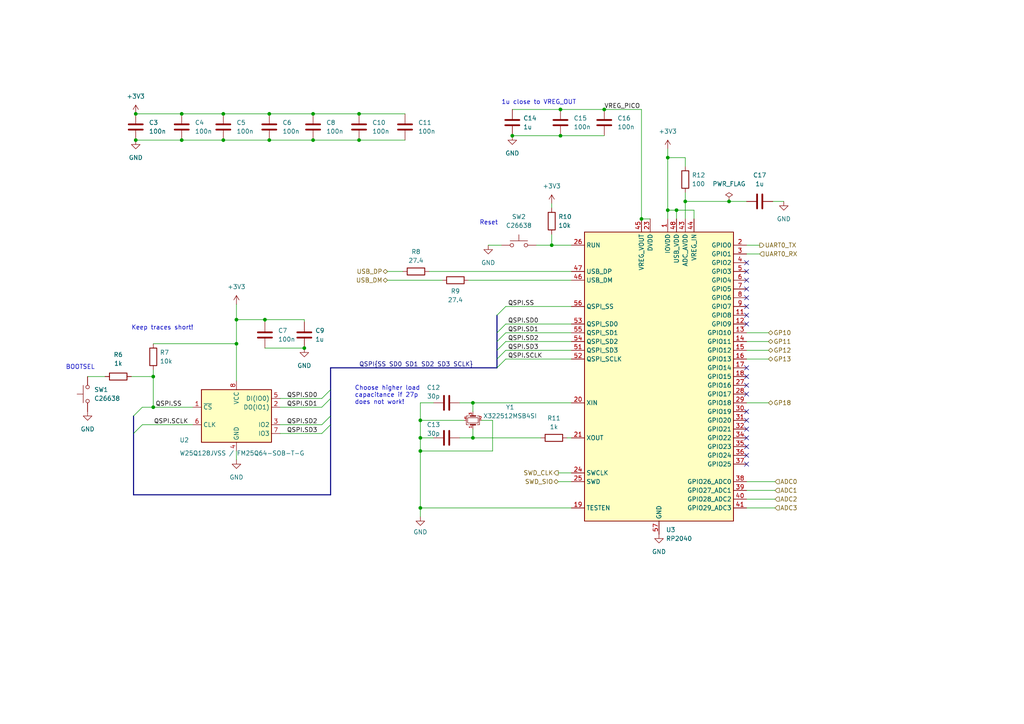
<source format=kicad_sch>
(kicad_sch (version 20211123) (generator eeschema)
  (paper "A4")
  (title_block (title "Beta Board") (date "2023-12-28") (rev "R1.0") (company "Tim Kuhlbusch") (comment 1 "Beta radiation detector"))
  (lib_symbols
    (symbol "Device:C" (pin_numbers hide) (pin_names (offset 0.254))
      (property "Reference" "C" (at 0.635 2.54 0))
      (property "Value" "C" (at 0.635 -2.54 0))
      (symbol "C_0_1"
        (polyline (pts (xy -2.032 -0.762) (xy 2.032 -0.762)) (stroke (width 0.508)))
        (polyline (pts (xy -2.032 0.762) (xy 2.032 0.762)) (stroke (width 0.508)))
      )
      (symbol "C_1_1"
        (pin passive line (at 0 3.81 270) (length 2.794) (name "~") (number "1"))
        (pin passive line (at 0 -3.81 90) (length 2.794) (name "~") (number "2"))
      )
    )
    (symbol "Device:Crystal_GND24_Small" (pin_names (offset 1.016) hide)
      (property "Reference" "Y" (at 1.27 4.445 0))
      (property "Value" "Crystal_GND24_Small" (at 1.27 2.54 0))
      (symbol "Crystal_GND24_Small_0_1"
        (rectangle (start -0.762 -1.524) (end 0.762 1.524))
        (polyline (pts (xy -1.27 -0.762) (xy -1.27 0.762)) (stroke (width 0.381)))
        (polyline (pts (xy 1.27 -0.762) (xy 1.27 0.762)) (stroke (width 0.381)))
        (polyline (pts (xy -1.27 -1.27) (xy -1.27 -1.905) (xy 1.27 -1.905) (xy 1.27 -1.27)))
        (polyline (pts (xy -1.27 1.27) (xy -1.27 1.905) (xy 1.27 1.905) (xy 1.27 1.27)))
      )
      (symbol "Crystal_GND24_Small_1_1"
        (pin passive line (at -2.54 0 0) (length 1.27) (name "1") (number "1"))
        (pin passive line (at 0 -2.54 90) (length 0.635) (name "2") (number "2"))
        (pin passive line (at 2.54 0 180) (length 1.27) (name "3") (number "3"))
        (pin passive line (at 0 2.54 270) (length 0.635) (name "4") (number "4"))
      )
    )
    (symbol "Device:R" (pin_numbers hide) (pin_names (offset 0))
      (property "Reference" "R" (at 2.032 0 90))
      (property "Value" "R" (at 0 0 90))
      (symbol "R_0_1"
        (rectangle (start -1.016 -2.54) (end 1.016 2.54) (stroke (width 0.254)))
      )
      (symbol "R_1_1"
        (pin passive line (at 0 3.81 270) (length 1.27) (name "~") (number "1"))
        (pin passive line (at 0 -3.81 90) (length 1.27) (name "~") (number "2"))
      )
    )
    (symbol "MCU_RaspberryPi:RP2040"
      (property "Reference" "U" (at 17.78 45.72 0))
      (property "Value" "RP2040" (at 17.78 43.18 0))
      (symbol "RP2040_0_1"
        (rectangle (start -21.59 41.91) (end 21.59 -41.91) (stroke (width 0.254)) (fill (type background)))
      )
      (symbol "RP2040_1_1"
        (pin power_in line (at 2.54 45.72 270) (length 3.81) (name "IOVDD") (number "1"))
        (pin passive line (at 2.54 45.72 270) (length 3.81) hide (name "IOVDD") (number "10"))
        (pin bidirectional line (at 25.4 17.78 180) (length 3.81) (name "GPIO8") (number "11"))
        (pin bidirectional line (at 25.4 15.24 180) (length 3.81) (name "GPIO9") (number "12"))
        (pin bidirectional line (at 25.4 12.7 180) (length 3.81) (name "GPIO10") (number "13"))
        (pin bidirectional line (at 25.4 10.16 180) (length 3.81) (name "GPIO11") (number "14"))
        (pin bidirectional line (at 25.4 7.62 180) (length 3.81) (name "GPIO12") (number "15"))
        (pin bidirectional line (at 25.4 5.08 180) (length 3.81) (name "GPIO13") (number "16"))
        (pin bidirectional line (at 25.4 2.54 180) (length 3.81) (name "GPIO14") (number "17"))
        (pin bidirectional line (at 25.4 0 180) (length 3.81) (name "GPIO15") (number "18"))
        (pin input line (at -25.4 -38.1 0) (length 3.81) (name "TESTEN") (number "19"))
        (pin bidirectional line (at 25.4 38.1 180) (length 3.81) (name "GPIO0") (number "2"))
        (pin input line (at -25.4 -7.62 0) (length 3.81) (name "XIN") (number "20"))
        (pin passive line (at -25.4 -17.78 0) (length 3.81) (name "XOUT") (number "21"))
        (pin passive line (at 2.54 45.72 270) (length 3.81) hide (name "IOVDD") (number "22"))
        (pin power_in line (at -2.54 45.72 270) (length 3.81) (name "DVDD") (number "23"))
        (pin output line (at -25.4 -27.94 0) (length 3.81) (name "SWCLK") (number "24"))
        (pin bidirectional line (at -25.4 -30.48 0) (length 3.81) (name "SWD") (number "25"))
        (pin input line (at -25.4 38.1 0) (length 3.81) (name "RUN") (number "26"))
        (pin bidirectional line (at 25.4 -2.54 180) (length 3.81) (name "GPIO16") (number "27"))
        (pin bidirectional line (at 25.4 -5.08 180) (length 3.81) (name "GPIO17") (number "28"))
        (pin bidirectional line (at 25.4 -7.62 180) (length 3.81) (name "GPIO18") (number "29"))
        (pin bidirectional line (at 25.4 35.56 180) (length 3.81) (name "GPIO1") (number "3"))
        (pin bidirectional line (at 25.4 -10.16 180) (length 3.81) (name "GPIO19") (number "30"))
        (pin bidirectional line (at 25.4 -12.7 180) (length 3.81) (name "GPIO20") (number "31"))
        (pin bidirectional line (at 25.4 -15.24 180) (length 3.81) (name "GPIO21") (number "32"))
        (pin passive line (at 2.54 45.72 270) (length 3.81) hide (name "IOVDD") (number "33"))
        (pin bidirectional line (at 25.4 -17.78 180) (length 3.81) (name "GPIO22") (number "34"))
        (pin bidirectional line (at 25.4 -20.32 180) (length 3.81) (name "GPIO23") (number "35"))
        (pin bidirectional line (at 25.4 -22.86 180) (length 3.81) (name "GPIO24") (number "36"))
        (pin bidirectional line (at 25.4 -25.4 180) (length 3.81) (name "GPIO25") (number "37"))
        (pin bidirectional line (at 25.4 -30.48 180) (length 3.81) (name "GPIO26_ADC0") (number "38"))
        (pin bidirectional line (at 25.4 -33.02 180) (length 3.81) (name "GPIO27_ADC1") (number "39"))
        (pin bidirectional line (at 25.4 33.02 180) (length 3.81) (name "GPIO2") (number "4"))
        (pin bidirectional line (at 25.4 -35.56 180) (length 3.81) (name "GPIO28_ADC2") (number "40"))
        (pin bidirectional line (at 25.4 -38.1 180) (length 3.81) (name "GPIO29_ADC3") (number "41"))
        (pin passive line (at 2.54 45.72 270) (length 3.81) hide (name "IOVDD") (number "42"))
        (pin power_in line (at 7.62 45.72 270) (length 3.81) (name "ADC_AVDD") (number "43"))
        (pin power_in line (at 10.16 45.72 270) (length 3.81) (name "VREG_IN") (number "44"))
        (pin power_out line (at -5.08 45.72 270) (length 3.81) (name "VREG_VOUT") (number "45"))
        (pin bidirectional line (at -25.4 27.94 0) (length 3.81) (name "USB_DM") (number "46"))
        (pin bidirectional line (at -25.4 30.48 0) (length 3.81) (name "USB_DP") (number "47"))
        (pin power_in line (at 5.08 45.72 270) (length 3.81) (name "USB_VDD") (number "48"))
        (pin passive line (at 2.54 45.72 270) (length 3.81) hide (name "IOVDD") (number "49"))
        (pin bidirectional line (at 25.4 30.48 180) (length 3.81) (name "GPIO3") (number "5"))
        (pin passive line (at -2.54 45.72 270) (length 3.81) hide (name "DVDD") (number "50"))
        (pin bidirectional line (at -25.4 7.62 0) (length 3.81) (name "QSPI_SD3") (number "51"))
        (pin output line (at -25.4 5.08 0) (length 3.81) (name "QSPI_SCLK") (number "52"))
        (pin bidirectional line (at -25.4 15.24 0) (length 3.81) (name "QSPI_SD0") (number "53"))
        (pin bidirectional line (at -25.4 10.16 0) (length 3.81) (name "QSPI_SD2") (number "54"))
        (pin bidirectional line (at -25.4 12.7 0) (length 3.81) (name "QSPI_SD1") (number "55"))
        (pin bidirectional line (at -25.4 20.32 0) (length 3.81) (name "QSPI_SS") (number "56"))
        (pin power_in line (at 0 -45.72 90) (length 3.81) (name "GND") (number "57"))
        (pin bidirectional line (at 25.4 27.94 180) (length 3.81) (name "GPIO4") (number "6"))
        (pin bidirectional line (at 25.4 25.4 180) (length 3.81) (name "GPIO5") (number "7"))
        (pin bidirectional line (at 25.4 22.86 180) (length 3.81) (name "GPIO6") (number "8"))
        (pin bidirectional line (at 25.4 20.32 180) (length 3.81) (name "GPIO7") (number "9"))
      )
    )
    (symbol "Memory_Flash:W25Q32JVSS"
      (property "Reference" "U" (at -8.89 8.89 0))
      (property "Value" "W25Q32JVSS" (at 7.62 8.89 0))
      (symbol "W25Q32JVSS_0_1"
        (rectangle (start -10.16 7.62) (end 10.16 -7.62) (stroke (width 0.254)) (fill (type background)))
      )
      (symbol "W25Q32JVSS_1_1"
        (pin input line (at -12.7 2.54 0) (length 2.54) (name "~{CS}") (number "1"))
        (pin bidirectional line (at 12.7 2.54 180) (length 2.54) (name "DO(IO1)") (number "2"))
        (pin bidirectional line (at 12.7 -2.54 180) (length 2.54) (name "IO2") (number "3"))
        (pin power_in line (at 0 -10.16 90) (length 2.54) (name "GND") (number "4"))
        (pin bidirectional line (at 12.7 5.08 180) (length 2.54) (name "DI(IO0)") (number "5"))
        (pin input line (at -12.7 -2.54 0) (length 2.54) (name "CLK") (number "6"))
        (pin bidirectional line (at 12.7 -5.08 180) (length 2.54) (name "IO3") (number "7"))
        (pin power_in line (at 0 10.16 270) (length 2.54) (name "VCC") (number "8"))
      )
    )
    (symbol "Switch:SW_Push" (pin_numbers hide) (pin_names (offset 1.016) hide)
      (property "Reference" "SW" (at 1.27 2.54 0))
      (property "Value" "SW_Push" (at 0 -1.524 0))
      (symbol "SW_Push_0_1"
        (circle (center -2.032 0) (radius 0.508))
        (polyline (pts (xy 0 1.27) (xy 0 3.048)))
        (polyline (pts (xy 2.54 1.27) (xy -2.54 1.27)))
        (circle (center 2.032 0) (radius 0.508))
        (pin passive line (at -5.08 0 0) (length 2.54) (name "1") (number "1"))
        (pin passive line (at 5.08 0 180) (length 2.54) (name "2") (number "2"))
      )
    )
    (symbol "power:+3V3" (power) (pin_names (offset 0))
      (property "Value" "+3V3" (at 0 3.556 0))
      (symbol "+3V3_0_1"
        (polyline (pts (xy -0.762 1.27) (xy 0 2.54)))
        (polyline (pts (xy 0 0) (xy 0 2.54)))
        (polyline (pts (xy 0 2.54) (xy 0.762 1.27)))
      )
      (symbol "+3V3_1_1"
        (pin power_in line (at 0 0 90) (length 0) hide (name "+3V3") (number "1"))
      )
    )
    (symbol "power:GND" (power) (pin_names (offset 0))
      (property "Value" "GND" (at 0 -3.81 0))
      (symbol "GND_0_1"
        (polyline (pts (xy 0 0) (xy 0 -1.27) (xy 1.27 -1.27) (xy 0 -2.54) (xy -1.27 -1.27) (xy 0 -1.27)))
      )
      (symbol "GND_1_1"
        (pin power_in line (at 0 0 270) (length 0) hide (name "GND") (number "1"))
      )
    )
    (symbol "power:PWR_FLAG" (power) (pin_numbers hide) (pin_names (offset 0) hide)
      (property "Value" "PWR_FLAG" (at 0 3.81 0))
      (symbol "PWR_FLAG_0_0"
        (pin power_out line (at 0 0 90) (length 0) (name "pwr") (number "1"))
      )
      (symbol "PWR_FLAG_0_1"
        (polyline (pts (xy 0 0) (xy 0 1.27) (xy -1.016 1.905) (xy 0 2.54) (xy 1.016 1.905) (xy 0 1.27)))
      )
    )
  )
  (junction (at 68.58 99.695))
  (junction (at 175.26 31.75))
  (junction (at 52.705 40.64))
  (junction (at 160.02 71.12))
  (junction (at 44.45 118.11))
  (junction (at 78.105 33.02))
  (junction (at 137.16 127))
  (junction (at 90.805 33.02))
  (junction (at 76.835 92.71))
  (junction (at 193.675 60.96))
  (junction (at 104.14 33.02))
  (junction (at 121.92 130.81))
  (junction (at 44.45 109.22))
  (junction (at 78.105 40.64))
  (junction (at 193.675 45.72))
  (junction (at 162.56 39.37))
  (junction (at 121.92 121.92))
  (junction (at 198.755 58.42))
  (junction (at 211.455 58.42))
  (junction (at 64.77 33.02))
  (junction (at 162.56 31.75))
  (junction (at 88.265 100.965))
  (junction (at 121.92 127))
  (junction (at 64.77 40.64))
  (junction (at 90.805 40.64))
  (junction (at 121.92 147.32))
  (junction (at 104.14 40.64))
  (junction (at 52.705 33.02))
  (junction (at 196.215 60.96))
  (junction (at 39.37 33.02))
  (junction (at 186.055 63.5))
  (junction (at 39.37 40.64))
  (junction (at 68.58 92.71))
  (junction (at 148.59 39.37))
  (junction (at 137.16 116.84))
  (no_connect (at 216.535 106.68))
  (no_connect (at 216.535 127))
  (no_connect (at 216.535 86.36))
  (no_connect (at 216.535 81.28))
  (no_connect (at 216.535 134.62))
  (no_connect (at 216.535 132.08))
  (no_connect (at 216.535 124.46))
  (no_connect (at 216.535 93.98))
  (no_connect (at 216.535 109.22))
  (no_connect (at 216.535 88.9))
  (no_connect (at 216.535 114.3))
  (no_connect (at 216.535 121.92))
  (no_connect (at 216.535 111.76))
  (no_connect (at 216.535 83.82))
  (no_connect (at 216.535 119.38))
  (no_connect (at 216.535 129.54))
  (no_connect (at 216.535 76.2))
  (no_connect (at 216.535 78.74))
  (no_connect (at 216.535 91.44))
  (bus_entry (at 38.735 120.65) (size 2.54 -2.54))
  (bus_entry (at 146.685 96.52) (size -2.54 2.54))
  (bus_entry (at 146.685 99.06) (size -2.54 2.54))
  (bus_entry (at 146.685 93.98) (size -2.54 2.54))
  (bus_entry (at 95.885 120.65) (size -2.54 2.54))
  (bus_entry (at 95.885 123.19) (size -2.54 2.54))
  (bus_entry (at 146.685 101.6) (size -2.54 2.54))
  (bus_entry (at 146.685 88.9) (size -2.54 2.54))
  (bus_entry (at 95.885 115.57) (size -2.54 2.54))
  (bus_entry (at 146.685 104.14) (size -2.54 2.54))
  (bus_entry (at 95.885 113.03) (size -2.54 2.54))
  (bus_entry (at 38.735 125.73) (size 2.54 -2.54))
  (wire (pts (xy 112.395 81.28) (xy 128.27 81.28)))
  (bus (pts (xy 95.885 115.57) (xy 95.885 120.65)))
  (wire (pts (xy 76.835 92.71) (xy 88.265 92.71)))
  (wire (pts (xy 44.45 109.22) (xy 44.45 118.11)))
  (wire (pts (xy 133.35 127) (xy 137.16 127)))
  (wire (pts (xy 146.685 99.06) (xy 165.735 99.06)))
  (wire (pts (xy 160.02 71.12) (xy 165.735 71.12)))
  (wire (pts (xy 146.685 104.14) (xy 165.735 104.14)))
  (wire (pts (xy 137.16 116.84) (xy 137.16 119.38)))
  (wire (pts (xy 44.45 118.11) (xy 55.88 118.11)))
  (wire (pts (xy 41.275 118.11) (xy 44.45 118.11)))
  (wire (pts (xy 216.535 96.52) (xy 222.885 96.52)))
  (wire (pts (xy 216.535 142.24) (xy 224.79 142.24)))
  (bus (pts (xy 144.145 99.06) (xy 144.145 101.6)))
  (wire (pts (xy 39.37 33.02) (xy 52.705 33.02)))
  (wire (pts (xy 216.535 71.12) (xy 220.345 71.12)))
  (wire (pts (xy 141.605 71.12) (xy 145.415 71.12)))
  (wire (pts (xy 121.92 130.81) (xy 142.875 130.81)))
  (wire (pts (xy 52.705 40.64) (xy 64.77 40.64)))
  (wire (pts (xy 227.33 58.42) (xy 224.155 58.42)))
  (bus (pts (xy 95.885 106.68) (xy 95.885 113.03)))
  (bus (pts (xy 38.735 125.73) (xy 38.735 143.51)))
  (wire (pts (xy 88.265 100.965) (xy 76.835 100.965)))
  (wire (pts (xy 121.92 121.92) (xy 121.92 127)))
  (wire (pts (xy 135.89 81.28) (xy 165.735 81.28)))
  (wire (pts (xy 148.59 39.37) (xy 162.56 39.37)))
  (wire (pts (xy 196.215 60.96) (xy 196.215 63.5)))
  (wire (pts (xy 68.58 99.695) (xy 68.58 110.49)))
  (wire (pts (xy 216.535 104.14) (xy 222.885 104.14)))
  (wire (pts (xy 216.535 144.78) (xy 224.79 144.78)))
  (wire (pts (xy 121.92 147.32) (xy 165.735 147.32)))
  (wire (pts (xy 186.055 31.75) (xy 175.26 31.75)))
  (wire (pts (xy 165.735 116.84) (xy 137.16 116.84)))
  (wire (pts (xy 160.02 67.945) (xy 160.02 71.12)))
  (wire (pts (xy 186.055 63.5) (xy 186.055 31.75)))
  (bus (pts (xy 95.885 106.68) (xy 144.145 106.68)))
  (wire (pts (xy 142.875 121.92) (xy 142.875 130.81)))
  (wire (pts (xy 81.28 118.11) (xy 93.345 118.11)))
  (wire (pts (xy 198.755 58.42) (xy 211.455 58.42)))
  (wire (pts (xy 148.59 31.75) (xy 162.56 31.75)))
  (wire (pts (xy 193.675 45.72) (xy 193.675 60.96)))
  (wire (pts (xy 201.295 60.96) (xy 201.295 63.5)))
  (bus (pts (xy 144.145 96.52) (xy 144.145 99.06)))
  (wire (pts (xy 78.105 33.02) (xy 90.805 33.02)))
  (wire (pts (xy 81.28 125.73) (xy 93.345 125.73)))
  (bus (pts (xy 95.885 123.19) (xy 95.885 143.51)))
  (wire (pts (xy 81.28 115.57) (xy 93.345 115.57)))
  (wire (pts (xy 121.92 121.92) (xy 134.62 121.92)))
  (wire (pts (xy 155.575 71.12) (xy 160.02 71.12)))
  (wire (pts (xy 121.92 127) (xy 125.73 127)))
  (wire (pts (xy 104.14 40.64) (xy 117.475 40.64)))
  (wire (pts (xy 39.37 40.64) (xy 52.705 40.64)))
  (wire (pts (xy 175.26 31.75) (xy 162.56 31.75)))
  (wire (pts (xy 211.455 58.42) (xy 216.535 58.42)))
  (bus (pts (xy 95.885 120.65) (xy 95.885 123.19)))
  (wire (pts (xy 146.685 88.9) (xy 165.735 88.9)))
  (wire (pts (xy 137.16 127) (xy 137.16 124.46)))
  (wire (pts (xy 216.535 139.7) (xy 224.79 139.7)))
  (bus (pts (xy 144.145 101.6) (xy 144.145 104.14)))
  (wire (pts (xy 161.925 137.16) (xy 165.735 137.16)))
  (wire (pts (xy 216.535 73.66) (xy 220.345 73.66)))
  (wire (pts (xy 161.925 139.7) (xy 165.735 139.7)))
  (wire (pts (xy 146.685 96.52) (xy 165.735 96.52)))
  (wire (pts (xy 139.7 121.92) (xy 142.875 121.92)))
  (wire (pts (xy 160.02 59.055) (xy 160.02 60.325)))
  (wire (pts (xy 68.58 88.265) (xy 68.58 92.71)))
  (bus (pts (xy 95.885 113.03) (xy 95.885 115.57)))
  (wire (pts (xy 125.73 116.84) (xy 121.92 116.84)))
  (wire (pts (xy 64.77 33.02) (xy 78.105 33.02)))
  (wire (pts (xy 38.1 109.22) (xy 44.45 109.22)))
  (wire (pts (xy 133.35 116.84) (xy 137.16 116.84)))
  (wire (pts (xy 104.14 33.02) (xy 117.475 33.02)))
  (wire (pts (xy 90.805 40.64) (xy 104.14 40.64)))
  (wire (pts (xy 198.755 45.72) (xy 198.755 48.26)))
  (wire (pts (xy 68.58 92.71) (xy 76.835 92.71)))
  (wire (pts (xy 88.265 92.71) (xy 88.265 93.345)))
  (wire (pts (xy 216.535 116.84) (xy 222.885 116.84)))
  (bus (pts (xy 144.145 104.14) (xy 144.145 106.68)))
  (wire (pts (xy 121.92 116.84) (xy 121.92 121.92)))
  (wire (pts (xy 68.58 133.35) (xy 68.58 130.81)))
  (wire (pts (xy 121.92 130.81) (xy 121.92 147.32)))
  (wire (pts (xy 44.45 99.695) (xy 68.58 99.695)))
  (wire (pts (xy 112.395 78.74) (xy 116.84 78.74)))
  (wire (pts (xy 78.105 40.64) (xy 90.805 40.64)))
  (wire (pts (xy 68.58 92.71) (xy 68.58 99.695)))
  (wire (pts (xy 222.885 99.06) (xy 216.535 99.06)))
  (wire (pts (xy 186.055 63.5) (xy 188.595 63.5)))
  (wire (pts (xy 44.45 107.315) (xy 44.45 109.22)))
  (wire (pts (xy 64.77 40.64) (xy 78.105 40.64)))
  (wire (pts (xy 81.28 123.19) (xy 93.345 123.19)))
  (wire (pts (xy 164.465 127) (xy 165.735 127)))
  (wire (pts (xy 162.56 39.37) (xy 175.26 39.37)))
  (wire (pts (xy 124.46 78.74) (xy 165.735 78.74)))
  (wire (pts (xy 198.755 58.42) (xy 198.755 63.5)))
  (wire (pts (xy 216.535 101.6) (xy 222.885 101.6)))
  (wire (pts (xy 121.92 147.32) (xy 121.92 149.86)))
  (wire (pts (xy 52.705 33.02) (xy 64.77 33.02)))
  (wire (pts (xy 196.215 60.96) (xy 201.295 60.96)))
  (wire (pts (xy 193.675 43.18) (xy 193.675 45.72)))
  (bus (pts (xy 38.735 120.65) (xy 38.735 125.73)))
  (wire (pts (xy 156.845 127) (xy 137.16 127)))
  (bus (pts (xy 95.885 143.51) (xy 38.735 143.51)))
  (bus (pts (xy 144.145 91.44) (xy 144.145 96.52)))
  (wire (pts (xy 193.675 45.72) (xy 198.755 45.72)))
  (wire (pts (xy 216.535 147.32) (xy 224.79 147.32)))
  (wire (pts (xy 121.92 127) (xy 121.92 130.81)))
  (wire (pts (xy 198.755 55.88) (xy 198.755 58.42)))
  (wire (pts (xy 193.675 60.96) (xy 193.675 63.5)))
  (wire (pts (xy 76.835 93.345) (xy 76.835 92.71)))
  (wire (pts (xy 25.4 109.22) (xy 30.48 109.22)))
  (wire (pts (xy 146.685 101.6) (xy 165.735 101.6)))
  (wire (pts (xy 146.685 93.98) (xy 165.735 93.98)))
  (wire (pts (xy 193.675 60.96) (xy 196.215 60.96)))
  (wire (pts (xy 90.805 33.02) (xy 104.14 33.02)))
  (wire (pts (xy 41.275 123.19) (xy 55.88 123.19)))
  (text "Choose higher load\ncapacitance if 27p\ndoes not work!" (at 102.87 117.475 0) (effects (font (size 1.27 1.27)) (justify left bottom)))
  (text "Reset\n" (at 139.065 65.405 0) (effects (font (size 1.27 1.27)) (justify left bottom)))
  (text "Keep traces short!" (at 38.1 95.885 0) (effects (font (size 1.27 1.27)) (justify left bottom)))
  (text "1u close to VREG_OUT" (at 145.415 30.48 0) (effects (font (size 1.27 1.27)) (justify left bottom)))
  (text "BOOTSEL" (at 19.05 107.315 0) (effects (font (size 1.27 1.27)) (justify left bottom)))
  (label "QSPI.SD2" (at 83.185 123.19 0))
  (label "QSPI.SD1" (at 147.32 96.52 0))
  (label "QSPI.SD3" (at 147.32 101.6 0))
  (label "QSPI.SS" (at 147.32 88.9 0))
  (label "QSPI{SS SD0 SD1 SD2 SD3 SCLK}" (at 104.14 106.68 0))
  (label "QSPI.SD1" (at 83.185 118.11 0))
  (label "QSPI.SCLK" (at 54.61 123.19 180))
  (label "QSPI.SS" (at 45.085 118.11 0))
  (label "VREG_PICO" (at 175.26 31.75 0))
  (label "QSPI.SD3" (at 83.185 125.73 0))
  (label "QSPI.SD2" (at 147.32 99.06 0))
  (label "QSPI.SD0" (at 147.32 93.98 0))
  (label "QSPI.SCLK" (at 147.32 104.14 0))
  (label "QSPI.SD0" (at 83.185 115.57 0))
  (hierarchical_label "GP12" (shape bidirectional) (at 222.885 101.6 0))
  (hierarchical_label "ADC0" (shape input) (at 224.79 139.7 0))
  (hierarchical_label "SWD_SIO" (shape bidirectional) (at 161.925 139.7 180))
  (hierarchical_label "ADC2" (shape input) (at 224.79 144.78 0))
  (hierarchical_label "ADC3" (shape input) (at 224.79 147.32 0))
  (hierarchical_label "GP10" (shape bidirectional) (at 222.885 96.52 0))
  (hierarchical_label "SWD_CLK" (shape output) (at 161.925 137.16 180))
  (hierarchical_label "GP11" (shape bidirectional) (at 222.885 99.06 0))
  (hierarchical_label "GP13" (shape bidirectional) (at 222.885 104.14 0))
  (hierarchical_label "UART0_RX" (shape input) (at 220.345 73.66 0))
  (hierarchical_label "USB_DP" (shape bidirectional) (at 112.395 78.74 180))
  (hierarchical_label "ADC1" (shape input) (at 224.79 142.24 0))
  (hierarchical_label "GP18" (shape bidirectional) (at 222.885 116.84 0))
  (hierarchical_label "UART0_TX" (shape output) (at 220.345 71.12 0))
  (hierarchical_label "USB_DM" (shape bidirectional) (at 112.395 81.28 180))
  (symbol (lib_id "Device:C") (at 129.54 116.84 90) (unit 1)
    (property "Reference" "C12" (at 125.73 112.395 90))
    (property "Value" "30p" (at 125.73 114.935 90))
    (property "Footprint" "Capacitor_SMD:C_0603_1608Metric" (effects hide))
  )
  (symbol (lib_id "Memory_Flash:W25Q32JVSS") (at 68.58 120.65 0) (unit 1)
    (property "Reference" "U2" (at 52.07 127.635 0) (effects (justify left)))
    (property "Value" "W25Q128JVSS / FM25Q64-SOB-T-G" (at 52.07 131.445 0) (effects (justify left)))
    (property "Footprint" "Package_SO:SOIC-8_5.23x5.23mm_P1.27mm" (effects hide))
    (property "Datasheet" "http://www.winbond.com/resource-files/w25q32jv%20revg%2003272018%20plus.pdf" (effects hide))
  )
  (symbol (lib_id "Device:R") (at 160.02 64.135 180) (unit 1)
    (property "Reference" "R10" (at 161.925 62.8649 0) (effects (justify right)))
    (property "Value" "10k" (at 161.925 65.4049 0) (effects (justify right)))
    (property "Footprint" "Resistor_SMD:R_0603_1608Metric" (effects hide))
  )
  (symbol (lib_id "Device:R") (at 34.29 109.22 90) (unit 1)
    (property "Reference" "R6" (at 34.29 102.87 90))
    (property "Value" "1k" (at 34.29 105.41 90))
    (property "Footprint" "Resistor_SMD:R_0603_1608Metric" (effects hide))
  )
  (symbol (lib_id "Device:C") (at 129.54 127 270) (mirror x) (unit 1)
    (property "Reference" "C13" (at 125.73 123.19 90))
    (property "Value" "30p" (at 125.73 125.73 90))
    (property "Footprint" "Capacitor_SMD:C_0603_1608Metric" (effects hide))
  )
  (symbol (lib_id "power:PWR_FLAG") (at 211.455 58.42 0) (unit 1)
    (property "Reference" "#FLG02" (effects hide))
    (property "Value" "PWR_FLAG" (at 211.455 53.34 0))
  )
  (symbol (lib_id "Device:C") (at 78.105 36.83 0) (unit 1)
    (property "Reference" "C6" (at 81.915 35.5599 0) (effects (justify left)))
    (property "Value" "100n" (at 81.915 38.0999 0) (effects (justify left)))
    (property "Footprint" "Capacitor_SMD:C_0603_1608Metric" (effects hide))
  )
  (symbol (lib_id "Device:C") (at 175.26 35.56 0) (unit 1)
    (property "Reference" "C16" (at 179.07 34.2899 0) (effects (justify left)))
    (property "Value" "100n" (at 179.07 36.8299 0) (effects (justify left)))
    (property "Footprint" "Capacitor_SMD:C_0603_1608Metric" (effects hide))
  )
  (symbol (lib_id "power:+3V3") (at 68.58 88.265 0) (unit 1)
    (property "Reference" "#PWR019" (effects hide))
    (property "Value" "+3V3" (at 68.58 83.185 0))
  )
  (symbol (lib_id "MCU_RaspberryPi:RP2040") (at 191.135 109.22 0) (unit 1)
    (property "Reference" "U3" (at 193.1544 153.67 0) (effects (justify left)))
    (property "Value" "RP2040" (at 193.1544 156.21 0) (effects (justify left)))
    (property "Footprint" "Package_DFN_QFN:QFN-56-1EP_7x7mm_P0.4mm_EP3.2x3.2mm" (effects hide))
    (property "Datasheet" "https://datasheets.raspberrypi.com/rp2040/rp2040-datasheet.pdf" (effects hide))
  )
  (symbol (lib_id "power:+3V3") (at 193.675 43.18 0) (unit 1)
    (property "Reference" "#PWR029" (effects hide))
    (property "Value" "+3V3" (at 193.675 38.1 0))
  )
  (symbol (lib_id "power:GND") (at 39.37 40.64 0) (unit 1)
    (property "Reference" "#PWR018" (effects hide))
    (property "Value" "GND" (at 39.37 45.72 0))
  )
  (symbol (lib_id "Device:C") (at 162.56 35.56 0) (unit 1)
    (property "Reference" "C15" (at 166.37 34.2899 0) (effects (justify left)))
    (property "Value" "100n" (at 166.37 36.8299 0) (effects (justify left)))
    (property "Footprint" "Capacitor_SMD:C_0603_1608Metric" (effects hide))
  )
  (symbol (lib_id "power:GND") (at 121.92 149.86 0) (unit 1)
    (property "Reference" "#PWR022" (effects hide))
    (property "Value" "GND" (at 121.92 154.305 0))
  )
  (symbol (lib_id "power:GND") (at 141.605 71.12 0) (unit 1)
    (property "Reference" "#PWR023" (effects hide))
    (property "Value" "GND" (at 141.605 76.2 0))
  )
  (symbol (lib_id "Device:C") (at 39.37 36.83 0) (unit 1)
    (property "Reference" "C3" (at 43.18 35.5599 0) (effects (justify left)))
    (property "Value" "100n" (at 43.18 38.0999 0) (effects (justify left)))
    (property "Footprint" "Capacitor_SMD:C_0603_1608Metric" (effects hide))
  )
  (symbol (lib_id "Device:C") (at 64.77 36.83 0) (unit 1)
    (property "Reference" "C5" (at 68.58 35.5599 0) (effects (justify left)))
    (property "Value" "100n" (at 68.58 38.0999 0) (effects (justify left)))
    (property "Footprint" "Capacitor_SMD:C_0603_1608Metric" (effects hide))
  )
  (symbol (lib_id "Device:C") (at 76.835 97.155 0) (unit 1)
    (property "Reference" "C7" (at 80.645 95.8849 0) (effects (justify left)))
    (property "Value" "100n" (at 80.645 98.4249 0) (effects (justify left)))
    (property "Footprint" "Capacitor_SMD:C_0603_1608Metric" (effects hide))
  )
  (symbol (lib_id "Device:C") (at 117.475 36.83 0) (unit 1)
    (property "Reference" "C11" (at 121.285 35.5599 0) (effects (justify left)))
    (property "Value" "100n" (at 121.285 38.0999 0) (effects (justify left)))
    (property "Footprint" "Capacitor_SMD:C_0603_1608Metric" (effects hide))
  )
  (symbol (lib_id "Device:R") (at 44.45 103.505 180) (unit 1)
    (property "Reference" "R7" (at 46.355 102.2349 0) (effects (justify right)))
    (property "Value" "10k" (at 46.355 104.7749 0) (effects (justify right)))
    (property "Footprint" "Resistor_SMD:R_0603_1608Metric" (effects hide))
  )
  (symbol (lib_id "power:GND") (at 25.4 119.38 0) (unit 1)
    (property "Reference" "#PWR016" (effects hide))
    (property "Value" "GND" (at 25.4 124.46 0))
  )
  (symbol (lib_id "Device:R") (at 160.655 127 90) (unit 1)
    (property "Reference" "R11" (at 160.655 121.285 90))
    (property "Value" "1k" (at 160.655 123.825 90))
    (property "Footprint" "Resistor_SMD:R_0603_1608Metric" (effects hide))
  )
  (symbol (lib_id "Device:Crystal_GND24_Small") (at 137.16 121.92 90) (unit 1)
    (property "Reference" "Y1" (at 147.955 118.11 90))
    (property "Value" "X322512MSB4SI" (at 147.955 120.65 90))
    (property "Footprint" "Crystal:Crystal_SMD_3225-4Pin_3.2x2.5mm" (effects hide))
  )
  (symbol (lib_id "Device:C") (at 90.805 36.83 0) (unit 1)
    (property "Reference" "C8" (at 94.615 35.5599 0) (effects (justify left)))
    (property "Value" "100n" (at 94.615 38.0999 0) (effects (justify left)))
    (property "Footprint" "Capacitor_SMD:C_0603_1608Metric" (effects hide))
  )
  (symbol (lib_id "power:+3V3") (at 39.37 33.02 0) (unit 1)
    (property "Reference" "#PWR017" (effects hide))
    (property "Value" "+3V3" (at 39.37 27.94 0))
  )
  (symbol (lib_id "Device:C") (at 52.705 36.83 0) (unit 1)
    (property "Reference" "C4" (at 56.515 35.5599 0) (effects (justify left)))
    (property "Value" "100n" (at 56.515 38.0999 0) (effects (justify left)))
    (property "Footprint" "Capacitor_SMD:C_0603_1608Metric" (effects hide))
  )
  (symbol (lib_id "Device:C") (at 148.59 35.56 0) (unit 1)
    (property "Reference" "C14" (at 151.765 34.2899 0) (effects (justify left)))
    (property "Value" "1u" (at 151.765 36.8299 0) (effects (justify left)))
    (property "Footprint" "Capacitor_SMD:C_0603_1608Metric" (effects hide))
  )
  (symbol (lib_id "power:GND") (at 227.33 58.42 0) (unit 1)
    (property "Reference" "#PWR030" (effects hide))
    (property "Value" "GND" (at 227.33 63.5 0))
  )
  (symbol (lib_id "Device:C") (at 104.14 36.83 0) (unit 1)
    (property "Reference" "C10" (at 107.95 35.5599 0) (effects (justify left)))
    (property "Value" "100n" (at 107.95 38.0999 0) (effects (justify left)))
    (property "Footprint" "Capacitor_SMD:C_0603_1608Metric" (effects hide))
  )
  (symbol (lib_id "power:+3V3") (at 160.02 59.055 0) (unit 1)
    (property "Reference" "#PWR026" (effects hide))
    (property "Value" "+3V3" (at 160.02 53.975 0))
  )
  (symbol (lib_id "Switch:SW_Push") (at 150.495 71.12 0) (unit 1)
    (property "Reference" "SW2" (at 150.495 62.865 0))
    (property "Value" "C26638" (at 150.495 65.405 0))
    (property "Footprint" "betaBoard:C26638" (effects hide))
  )
  (symbol (lib_id "Device:R") (at 120.65 78.74 90) (unit 1)
    (property "Reference" "R8" (at 120.65 73.025 90))
    (property "Value" "27.4" (at 120.65 75.565 90))
    (property "Footprint" "Resistor_SMD:R_0603_1608Metric" (effects hide))
  )
  (symbol (lib_id "Device:R") (at 198.755 52.07 180) (unit 1)
    (property "Reference" "R12" (at 200.66 50.7999 0) (effects (justify right)))
    (property "Value" "100" (at 200.66 53.3399 0) (effects (justify right)))
    (property "Footprint" "Resistor_SMD:R_0603_1608Metric" (effects hide))
  )
  (symbol (lib_id "Switch:SW_Push") (at 25.4 114.3 90) (unit 1)
    (property "Reference" "SW1" (at 27.305 113.0299 90) (effects (justify right)))
    (property "Value" "C26638" (at 27.305 115.5699 90) (effects (justify right)))
    (property "Footprint" "betaBoard:C26638" (effects hide))
  )
  (symbol (lib_id "power:GND") (at 148.59 39.37 0) (unit 1)
    (property "Reference" "#PWR025" (effects hide))
    (property "Value" "GND" (at 148.59 44.45 0))
  )
  (symbol (lib_id "power:GND") (at 191.135 154.94 0) (unit 1)
    (property "Reference" "#PWR028" (effects hide))
    (property "Value" "GND" (at 191.135 160.02 0))
  )
  (symbol (lib_id "power:GND") (at 68.58 133.35 0) (unit 1)
    (property "Reference" "#PWR020" (effects hide))
    (property "Value" "GND" (at 68.58 138.43 0))
  )
  (symbol (lib_id "Device:C") (at 88.265 97.155 0) (unit 1)
    (property "Reference" "C9" (at 91.44 95.8849 0) (effects (justify left)))
    (property "Value" "1u" (at 91.44 98.4249 0) (effects (justify left)))
    (property "Footprint" "Capacitor_SMD:C_0603_1608Metric" (effects hide))
  )
  (symbol (lib_id "Device:R") (at 132.08 81.28 90) (unit 1)
    (property "Reference" "R9" (at 132.08 84.455 90))
    (property "Value" "27.4" (at 132.08 86.995 90))
    (property "Footprint" "Resistor_SMD:R_0603_1608Metric" (effects hide))
  )
  (symbol (lib_id "Device:C") (at 220.345 58.42 90) (unit 1)
    (property "Reference" "C17" (at 220.345 50.8 90))
    (property "Value" "1u" (at 220.345 53.34 90))
    (property "Footprint" "Capacitor_SMD:C_0603_1608Metric" (effects hide))
  )
  (symbol (lib_id "power:GND") (at 88.265 100.965 0) (unit 1)
    (property "Reference" "#PWR021" (effects hide))
    (property "Value" "GND" (at 88.265 106.045 0))
  )
)
</source>
